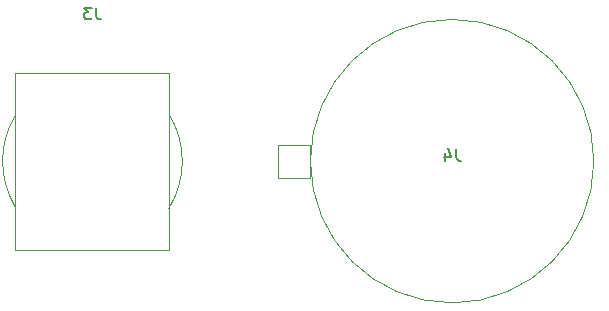
<source format=gbr>
%TF.GenerationSoftware,KiCad,Pcbnew,(5.99.0-11163-g08fb05e522)*%
%TF.CreationDate,2021-11-19T20:45:56+01:00*%
%TF.ProjectId,pumpBoard,70756d70-426f-4617-9264-2e6b69636164,rev?*%
%TF.SameCoordinates,Original*%
%TF.FileFunction,Legend,Bot*%
%TF.FilePolarity,Positive*%
%FSLAX46Y46*%
G04 Gerber Fmt 4.6, Leading zero omitted, Abs format (unit mm)*
G04 Created by KiCad (PCBNEW (5.99.0-11163-g08fb05e522)) date 2021-11-19 20:45:56*
%MOMM*%
%LPD*%
G01*
G04 APERTURE LIST*
%ADD10C,0.150000*%
%ADD11C,0.120000*%
G04 APERTURE END LIST*
D10*
%TO.C,J4*%
X167973333Y-95472380D02*
X167973333Y-96186666D01*
X168020952Y-96329523D01*
X168116190Y-96424761D01*
X168259047Y-96472380D01*
X168354285Y-96472380D01*
X167068571Y-95805714D02*
X167068571Y-96472380D01*
X167306666Y-95424761D02*
X167544761Y-96139047D01*
X166925714Y-96139047D01*
%TO.C,J3*%
X137493333Y-83526380D02*
X137493333Y-84240666D01*
X137540952Y-84383523D01*
X137636190Y-84478761D01*
X137779047Y-84526380D01*
X137874285Y-84526380D01*
X137112380Y-83526380D02*
X136493333Y-83526380D01*
X136826666Y-83907333D01*
X136683809Y-83907333D01*
X136588571Y-83954952D01*
X136540952Y-84002571D01*
X136493333Y-84097809D01*
X136493333Y-84335904D01*
X136540952Y-84431142D01*
X136588571Y-84478761D01*
X136683809Y-84526380D01*
X136969523Y-84526380D01*
X137064761Y-84478761D01*
X137112380Y-84431142D01*
D11*
%TO.C,J4*%
X155640000Y-95148191D02*
X152908000Y-95148191D01*
X152908000Y-95148191D02*
X152908000Y-97929142D01*
X152908000Y-97929142D02*
X155640000Y-97929142D01*
X155640000Y-97929142D02*
X155640000Y-95148191D01*
X179640000Y-96520000D02*
G75*
G03*
X179640000Y-96520000I-12000000J0D01*
G01*
%TO.C,J3*%
X143660000Y-89020000D02*
X130660000Y-89020000D01*
X130660000Y-89020000D02*
X130660000Y-104020000D01*
X130660000Y-104020000D02*
X143660000Y-104020000D01*
X143660000Y-104020000D02*
X143660000Y-89020000D01*
X130649322Y-100393843D02*
G75*
G02*
X130661664Y-92625488I6510678J3873843D01*
G01*
X143660029Y-100528687D02*
G75*
G03*
X143670956Y-92529085I-6500029J4008687D01*
G01*
%TD*%
M02*

</source>
